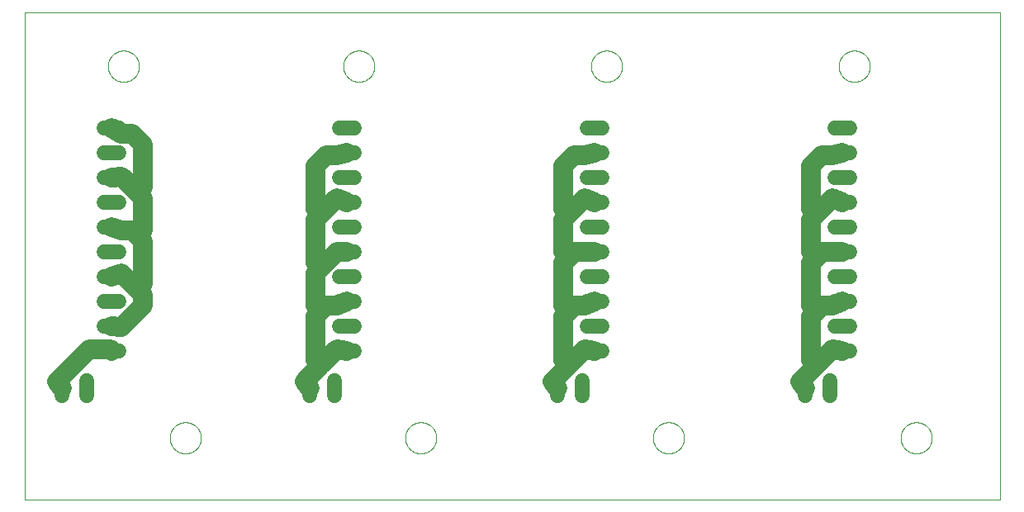
<source format=gtl>
G75*
%MOIN*%
%OFA0B0*%
%FSLAX25Y25*%
%IPPOS*%
%LPD*%
%AMOC8*
5,1,8,0,0,1.08239X$1,22.5*
%
%ADD10C,0.00000*%
%ADD11C,0.06000*%
%ADD12C,0.08000*%
D10*
X0001000Y0002600D02*
X0001000Y0199450D01*
X0394701Y0199450D01*
X0394701Y0002600D01*
X0001000Y0002600D01*
X0059701Y0027600D02*
X0059703Y0027758D01*
X0059709Y0027916D01*
X0059719Y0028074D01*
X0059733Y0028232D01*
X0059751Y0028389D01*
X0059772Y0028546D01*
X0059798Y0028702D01*
X0059828Y0028858D01*
X0059861Y0029013D01*
X0059899Y0029166D01*
X0059940Y0029319D01*
X0059985Y0029471D01*
X0060034Y0029622D01*
X0060087Y0029771D01*
X0060143Y0029919D01*
X0060203Y0030065D01*
X0060267Y0030210D01*
X0060335Y0030353D01*
X0060406Y0030495D01*
X0060480Y0030635D01*
X0060558Y0030772D01*
X0060640Y0030908D01*
X0060724Y0031042D01*
X0060813Y0031173D01*
X0060904Y0031302D01*
X0060999Y0031429D01*
X0061096Y0031554D01*
X0061197Y0031676D01*
X0061301Y0031795D01*
X0061408Y0031912D01*
X0061518Y0032026D01*
X0061631Y0032137D01*
X0061746Y0032246D01*
X0061864Y0032351D01*
X0061985Y0032453D01*
X0062108Y0032553D01*
X0062234Y0032649D01*
X0062362Y0032742D01*
X0062492Y0032832D01*
X0062625Y0032918D01*
X0062760Y0033002D01*
X0062896Y0033081D01*
X0063035Y0033158D01*
X0063176Y0033230D01*
X0063318Y0033300D01*
X0063462Y0033365D01*
X0063608Y0033427D01*
X0063755Y0033485D01*
X0063904Y0033540D01*
X0064054Y0033591D01*
X0064205Y0033638D01*
X0064357Y0033681D01*
X0064510Y0033720D01*
X0064665Y0033756D01*
X0064820Y0033787D01*
X0064976Y0033815D01*
X0065132Y0033839D01*
X0065289Y0033859D01*
X0065447Y0033875D01*
X0065604Y0033887D01*
X0065763Y0033895D01*
X0065921Y0033899D01*
X0066079Y0033899D01*
X0066237Y0033895D01*
X0066396Y0033887D01*
X0066553Y0033875D01*
X0066711Y0033859D01*
X0066868Y0033839D01*
X0067024Y0033815D01*
X0067180Y0033787D01*
X0067335Y0033756D01*
X0067490Y0033720D01*
X0067643Y0033681D01*
X0067795Y0033638D01*
X0067946Y0033591D01*
X0068096Y0033540D01*
X0068245Y0033485D01*
X0068392Y0033427D01*
X0068538Y0033365D01*
X0068682Y0033300D01*
X0068824Y0033230D01*
X0068965Y0033158D01*
X0069104Y0033081D01*
X0069240Y0033002D01*
X0069375Y0032918D01*
X0069508Y0032832D01*
X0069638Y0032742D01*
X0069766Y0032649D01*
X0069892Y0032553D01*
X0070015Y0032453D01*
X0070136Y0032351D01*
X0070254Y0032246D01*
X0070369Y0032137D01*
X0070482Y0032026D01*
X0070592Y0031912D01*
X0070699Y0031795D01*
X0070803Y0031676D01*
X0070904Y0031554D01*
X0071001Y0031429D01*
X0071096Y0031302D01*
X0071187Y0031173D01*
X0071276Y0031042D01*
X0071360Y0030908D01*
X0071442Y0030772D01*
X0071520Y0030635D01*
X0071594Y0030495D01*
X0071665Y0030353D01*
X0071733Y0030210D01*
X0071797Y0030065D01*
X0071857Y0029919D01*
X0071913Y0029771D01*
X0071966Y0029622D01*
X0072015Y0029471D01*
X0072060Y0029319D01*
X0072101Y0029166D01*
X0072139Y0029013D01*
X0072172Y0028858D01*
X0072202Y0028702D01*
X0072228Y0028546D01*
X0072249Y0028389D01*
X0072267Y0028232D01*
X0072281Y0028074D01*
X0072291Y0027916D01*
X0072297Y0027758D01*
X0072299Y0027600D01*
X0072297Y0027442D01*
X0072291Y0027284D01*
X0072281Y0027126D01*
X0072267Y0026968D01*
X0072249Y0026811D01*
X0072228Y0026654D01*
X0072202Y0026498D01*
X0072172Y0026342D01*
X0072139Y0026187D01*
X0072101Y0026034D01*
X0072060Y0025881D01*
X0072015Y0025729D01*
X0071966Y0025578D01*
X0071913Y0025429D01*
X0071857Y0025281D01*
X0071797Y0025135D01*
X0071733Y0024990D01*
X0071665Y0024847D01*
X0071594Y0024705D01*
X0071520Y0024565D01*
X0071442Y0024428D01*
X0071360Y0024292D01*
X0071276Y0024158D01*
X0071187Y0024027D01*
X0071096Y0023898D01*
X0071001Y0023771D01*
X0070904Y0023646D01*
X0070803Y0023524D01*
X0070699Y0023405D01*
X0070592Y0023288D01*
X0070482Y0023174D01*
X0070369Y0023063D01*
X0070254Y0022954D01*
X0070136Y0022849D01*
X0070015Y0022747D01*
X0069892Y0022647D01*
X0069766Y0022551D01*
X0069638Y0022458D01*
X0069508Y0022368D01*
X0069375Y0022282D01*
X0069240Y0022198D01*
X0069104Y0022119D01*
X0068965Y0022042D01*
X0068824Y0021970D01*
X0068682Y0021900D01*
X0068538Y0021835D01*
X0068392Y0021773D01*
X0068245Y0021715D01*
X0068096Y0021660D01*
X0067946Y0021609D01*
X0067795Y0021562D01*
X0067643Y0021519D01*
X0067490Y0021480D01*
X0067335Y0021444D01*
X0067180Y0021413D01*
X0067024Y0021385D01*
X0066868Y0021361D01*
X0066711Y0021341D01*
X0066553Y0021325D01*
X0066396Y0021313D01*
X0066237Y0021305D01*
X0066079Y0021301D01*
X0065921Y0021301D01*
X0065763Y0021305D01*
X0065604Y0021313D01*
X0065447Y0021325D01*
X0065289Y0021341D01*
X0065132Y0021361D01*
X0064976Y0021385D01*
X0064820Y0021413D01*
X0064665Y0021444D01*
X0064510Y0021480D01*
X0064357Y0021519D01*
X0064205Y0021562D01*
X0064054Y0021609D01*
X0063904Y0021660D01*
X0063755Y0021715D01*
X0063608Y0021773D01*
X0063462Y0021835D01*
X0063318Y0021900D01*
X0063176Y0021970D01*
X0063035Y0022042D01*
X0062896Y0022119D01*
X0062760Y0022198D01*
X0062625Y0022282D01*
X0062492Y0022368D01*
X0062362Y0022458D01*
X0062234Y0022551D01*
X0062108Y0022647D01*
X0061985Y0022747D01*
X0061864Y0022849D01*
X0061746Y0022954D01*
X0061631Y0023063D01*
X0061518Y0023174D01*
X0061408Y0023288D01*
X0061301Y0023405D01*
X0061197Y0023524D01*
X0061096Y0023646D01*
X0060999Y0023771D01*
X0060904Y0023898D01*
X0060813Y0024027D01*
X0060724Y0024158D01*
X0060640Y0024292D01*
X0060558Y0024428D01*
X0060480Y0024565D01*
X0060406Y0024705D01*
X0060335Y0024847D01*
X0060267Y0024990D01*
X0060203Y0025135D01*
X0060143Y0025281D01*
X0060087Y0025429D01*
X0060034Y0025578D01*
X0059985Y0025729D01*
X0059940Y0025881D01*
X0059899Y0026034D01*
X0059861Y0026187D01*
X0059828Y0026342D01*
X0059798Y0026498D01*
X0059772Y0026654D01*
X0059751Y0026811D01*
X0059733Y0026968D01*
X0059719Y0027126D01*
X0059709Y0027284D01*
X0059703Y0027442D01*
X0059701Y0027600D01*
X0154701Y0027600D02*
X0154703Y0027758D01*
X0154709Y0027916D01*
X0154719Y0028074D01*
X0154733Y0028232D01*
X0154751Y0028389D01*
X0154772Y0028546D01*
X0154798Y0028702D01*
X0154828Y0028858D01*
X0154861Y0029013D01*
X0154899Y0029166D01*
X0154940Y0029319D01*
X0154985Y0029471D01*
X0155034Y0029622D01*
X0155087Y0029771D01*
X0155143Y0029919D01*
X0155203Y0030065D01*
X0155267Y0030210D01*
X0155335Y0030353D01*
X0155406Y0030495D01*
X0155480Y0030635D01*
X0155558Y0030772D01*
X0155640Y0030908D01*
X0155724Y0031042D01*
X0155813Y0031173D01*
X0155904Y0031302D01*
X0155999Y0031429D01*
X0156096Y0031554D01*
X0156197Y0031676D01*
X0156301Y0031795D01*
X0156408Y0031912D01*
X0156518Y0032026D01*
X0156631Y0032137D01*
X0156746Y0032246D01*
X0156864Y0032351D01*
X0156985Y0032453D01*
X0157108Y0032553D01*
X0157234Y0032649D01*
X0157362Y0032742D01*
X0157492Y0032832D01*
X0157625Y0032918D01*
X0157760Y0033002D01*
X0157896Y0033081D01*
X0158035Y0033158D01*
X0158176Y0033230D01*
X0158318Y0033300D01*
X0158462Y0033365D01*
X0158608Y0033427D01*
X0158755Y0033485D01*
X0158904Y0033540D01*
X0159054Y0033591D01*
X0159205Y0033638D01*
X0159357Y0033681D01*
X0159510Y0033720D01*
X0159665Y0033756D01*
X0159820Y0033787D01*
X0159976Y0033815D01*
X0160132Y0033839D01*
X0160289Y0033859D01*
X0160447Y0033875D01*
X0160604Y0033887D01*
X0160763Y0033895D01*
X0160921Y0033899D01*
X0161079Y0033899D01*
X0161237Y0033895D01*
X0161396Y0033887D01*
X0161553Y0033875D01*
X0161711Y0033859D01*
X0161868Y0033839D01*
X0162024Y0033815D01*
X0162180Y0033787D01*
X0162335Y0033756D01*
X0162490Y0033720D01*
X0162643Y0033681D01*
X0162795Y0033638D01*
X0162946Y0033591D01*
X0163096Y0033540D01*
X0163245Y0033485D01*
X0163392Y0033427D01*
X0163538Y0033365D01*
X0163682Y0033300D01*
X0163824Y0033230D01*
X0163965Y0033158D01*
X0164104Y0033081D01*
X0164240Y0033002D01*
X0164375Y0032918D01*
X0164508Y0032832D01*
X0164638Y0032742D01*
X0164766Y0032649D01*
X0164892Y0032553D01*
X0165015Y0032453D01*
X0165136Y0032351D01*
X0165254Y0032246D01*
X0165369Y0032137D01*
X0165482Y0032026D01*
X0165592Y0031912D01*
X0165699Y0031795D01*
X0165803Y0031676D01*
X0165904Y0031554D01*
X0166001Y0031429D01*
X0166096Y0031302D01*
X0166187Y0031173D01*
X0166276Y0031042D01*
X0166360Y0030908D01*
X0166442Y0030772D01*
X0166520Y0030635D01*
X0166594Y0030495D01*
X0166665Y0030353D01*
X0166733Y0030210D01*
X0166797Y0030065D01*
X0166857Y0029919D01*
X0166913Y0029771D01*
X0166966Y0029622D01*
X0167015Y0029471D01*
X0167060Y0029319D01*
X0167101Y0029166D01*
X0167139Y0029013D01*
X0167172Y0028858D01*
X0167202Y0028702D01*
X0167228Y0028546D01*
X0167249Y0028389D01*
X0167267Y0028232D01*
X0167281Y0028074D01*
X0167291Y0027916D01*
X0167297Y0027758D01*
X0167299Y0027600D01*
X0167297Y0027442D01*
X0167291Y0027284D01*
X0167281Y0027126D01*
X0167267Y0026968D01*
X0167249Y0026811D01*
X0167228Y0026654D01*
X0167202Y0026498D01*
X0167172Y0026342D01*
X0167139Y0026187D01*
X0167101Y0026034D01*
X0167060Y0025881D01*
X0167015Y0025729D01*
X0166966Y0025578D01*
X0166913Y0025429D01*
X0166857Y0025281D01*
X0166797Y0025135D01*
X0166733Y0024990D01*
X0166665Y0024847D01*
X0166594Y0024705D01*
X0166520Y0024565D01*
X0166442Y0024428D01*
X0166360Y0024292D01*
X0166276Y0024158D01*
X0166187Y0024027D01*
X0166096Y0023898D01*
X0166001Y0023771D01*
X0165904Y0023646D01*
X0165803Y0023524D01*
X0165699Y0023405D01*
X0165592Y0023288D01*
X0165482Y0023174D01*
X0165369Y0023063D01*
X0165254Y0022954D01*
X0165136Y0022849D01*
X0165015Y0022747D01*
X0164892Y0022647D01*
X0164766Y0022551D01*
X0164638Y0022458D01*
X0164508Y0022368D01*
X0164375Y0022282D01*
X0164240Y0022198D01*
X0164104Y0022119D01*
X0163965Y0022042D01*
X0163824Y0021970D01*
X0163682Y0021900D01*
X0163538Y0021835D01*
X0163392Y0021773D01*
X0163245Y0021715D01*
X0163096Y0021660D01*
X0162946Y0021609D01*
X0162795Y0021562D01*
X0162643Y0021519D01*
X0162490Y0021480D01*
X0162335Y0021444D01*
X0162180Y0021413D01*
X0162024Y0021385D01*
X0161868Y0021361D01*
X0161711Y0021341D01*
X0161553Y0021325D01*
X0161396Y0021313D01*
X0161237Y0021305D01*
X0161079Y0021301D01*
X0160921Y0021301D01*
X0160763Y0021305D01*
X0160604Y0021313D01*
X0160447Y0021325D01*
X0160289Y0021341D01*
X0160132Y0021361D01*
X0159976Y0021385D01*
X0159820Y0021413D01*
X0159665Y0021444D01*
X0159510Y0021480D01*
X0159357Y0021519D01*
X0159205Y0021562D01*
X0159054Y0021609D01*
X0158904Y0021660D01*
X0158755Y0021715D01*
X0158608Y0021773D01*
X0158462Y0021835D01*
X0158318Y0021900D01*
X0158176Y0021970D01*
X0158035Y0022042D01*
X0157896Y0022119D01*
X0157760Y0022198D01*
X0157625Y0022282D01*
X0157492Y0022368D01*
X0157362Y0022458D01*
X0157234Y0022551D01*
X0157108Y0022647D01*
X0156985Y0022747D01*
X0156864Y0022849D01*
X0156746Y0022954D01*
X0156631Y0023063D01*
X0156518Y0023174D01*
X0156408Y0023288D01*
X0156301Y0023405D01*
X0156197Y0023524D01*
X0156096Y0023646D01*
X0155999Y0023771D01*
X0155904Y0023898D01*
X0155813Y0024027D01*
X0155724Y0024158D01*
X0155640Y0024292D01*
X0155558Y0024428D01*
X0155480Y0024565D01*
X0155406Y0024705D01*
X0155335Y0024847D01*
X0155267Y0024990D01*
X0155203Y0025135D01*
X0155143Y0025281D01*
X0155087Y0025429D01*
X0155034Y0025578D01*
X0154985Y0025729D01*
X0154940Y0025881D01*
X0154899Y0026034D01*
X0154861Y0026187D01*
X0154828Y0026342D01*
X0154798Y0026498D01*
X0154772Y0026654D01*
X0154751Y0026811D01*
X0154733Y0026968D01*
X0154719Y0027126D01*
X0154709Y0027284D01*
X0154703Y0027442D01*
X0154701Y0027600D01*
X0254701Y0027600D02*
X0254703Y0027758D01*
X0254709Y0027916D01*
X0254719Y0028074D01*
X0254733Y0028232D01*
X0254751Y0028389D01*
X0254772Y0028546D01*
X0254798Y0028702D01*
X0254828Y0028858D01*
X0254861Y0029013D01*
X0254899Y0029166D01*
X0254940Y0029319D01*
X0254985Y0029471D01*
X0255034Y0029622D01*
X0255087Y0029771D01*
X0255143Y0029919D01*
X0255203Y0030065D01*
X0255267Y0030210D01*
X0255335Y0030353D01*
X0255406Y0030495D01*
X0255480Y0030635D01*
X0255558Y0030772D01*
X0255640Y0030908D01*
X0255724Y0031042D01*
X0255813Y0031173D01*
X0255904Y0031302D01*
X0255999Y0031429D01*
X0256096Y0031554D01*
X0256197Y0031676D01*
X0256301Y0031795D01*
X0256408Y0031912D01*
X0256518Y0032026D01*
X0256631Y0032137D01*
X0256746Y0032246D01*
X0256864Y0032351D01*
X0256985Y0032453D01*
X0257108Y0032553D01*
X0257234Y0032649D01*
X0257362Y0032742D01*
X0257492Y0032832D01*
X0257625Y0032918D01*
X0257760Y0033002D01*
X0257896Y0033081D01*
X0258035Y0033158D01*
X0258176Y0033230D01*
X0258318Y0033300D01*
X0258462Y0033365D01*
X0258608Y0033427D01*
X0258755Y0033485D01*
X0258904Y0033540D01*
X0259054Y0033591D01*
X0259205Y0033638D01*
X0259357Y0033681D01*
X0259510Y0033720D01*
X0259665Y0033756D01*
X0259820Y0033787D01*
X0259976Y0033815D01*
X0260132Y0033839D01*
X0260289Y0033859D01*
X0260447Y0033875D01*
X0260604Y0033887D01*
X0260763Y0033895D01*
X0260921Y0033899D01*
X0261079Y0033899D01*
X0261237Y0033895D01*
X0261396Y0033887D01*
X0261553Y0033875D01*
X0261711Y0033859D01*
X0261868Y0033839D01*
X0262024Y0033815D01*
X0262180Y0033787D01*
X0262335Y0033756D01*
X0262490Y0033720D01*
X0262643Y0033681D01*
X0262795Y0033638D01*
X0262946Y0033591D01*
X0263096Y0033540D01*
X0263245Y0033485D01*
X0263392Y0033427D01*
X0263538Y0033365D01*
X0263682Y0033300D01*
X0263824Y0033230D01*
X0263965Y0033158D01*
X0264104Y0033081D01*
X0264240Y0033002D01*
X0264375Y0032918D01*
X0264508Y0032832D01*
X0264638Y0032742D01*
X0264766Y0032649D01*
X0264892Y0032553D01*
X0265015Y0032453D01*
X0265136Y0032351D01*
X0265254Y0032246D01*
X0265369Y0032137D01*
X0265482Y0032026D01*
X0265592Y0031912D01*
X0265699Y0031795D01*
X0265803Y0031676D01*
X0265904Y0031554D01*
X0266001Y0031429D01*
X0266096Y0031302D01*
X0266187Y0031173D01*
X0266276Y0031042D01*
X0266360Y0030908D01*
X0266442Y0030772D01*
X0266520Y0030635D01*
X0266594Y0030495D01*
X0266665Y0030353D01*
X0266733Y0030210D01*
X0266797Y0030065D01*
X0266857Y0029919D01*
X0266913Y0029771D01*
X0266966Y0029622D01*
X0267015Y0029471D01*
X0267060Y0029319D01*
X0267101Y0029166D01*
X0267139Y0029013D01*
X0267172Y0028858D01*
X0267202Y0028702D01*
X0267228Y0028546D01*
X0267249Y0028389D01*
X0267267Y0028232D01*
X0267281Y0028074D01*
X0267291Y0027916D01*
X0267297Y0027758D01*
X0267299Y0027600D01*
X0267297Y0027442D01*
X0267291Y0027284D01*
X0267281Y0027126D01*
X0267267Y0026968D01*
X0267249Y0026811D01*
X0267228Y0026654D01*
X0267202Y0026498D01*
X0267172Y0026342D01*
X0267139Y0026187D01*
X0267101Y0026034D01*
X0267060Y0025881D01*
X0267015Y0025729D01*
X0266966Y0025578D01*
X0266913Y0025429D01*
X0266857Y0025281D01*
X0266797Y0025135D01*
X0266733Y0024990D01*
X0266665Y0024847D01*
X0266594Y0024705D01*
X0266520Y0024565D01*
X0266442Y0024428D01*
X0266360Y0024292D01*
X0266276Y0024158D01*
X0266187Y0024027D01*
X0266096Y0023898D01*
X0266001Y0023771D01*
X0265904Y0023646D01*
X0265803Y0023524D01*
X0265699Y0023405D01*
X0265592Y0023288D01*
X0265482Y0023174D01*
X0265369Y0023063D01*
X0265254Y0022954D01*
X0265136Y0022849D01*
X0265015Y0022747D01*
X0264892Y0022647D01*
X0264766Y0022551D01*
X0264638Y0022458D01*
X0264508Y0022368D01*
X0264375Y0022282D01*
X0264240Y0022198D01*
X0264104Y0022119D01*
X0263965Y0022042D01*
X0263824Y0021970D01*
X0263682Y0021900D01*
X0263538Y0021835D01*
X0263392Y0021773D01*
X0263245Y0021715D01*
X0263096Y0021660D01*
X0262946Y0021609D01*
X0262795Y0021562D01*
X0262643Y0021519D01*
X0262490Y0021480D01*
X0262335Y0021444D01*
X0262180Y0021413D01*
X0262024Y0021385D01*
X0261868Y0021361D01*
X0261711Y0021341D01*
X0261553Y0021325D01*
X0261396Y0021313D01*
X0261237Y0021305D01*
X0261079Y0021301D01*
X0260921Y0021301D01*
X0260763Y0021305D01*
X0260604Y0021313D01*
X0260447Y0021325D01*
X0260289Y0021341D01*
X0260132Y0021361D01*
X0259976Y0021385D01*
X0259820Y0021413D01*
X0259665Y0021444D01*
X0259510Y0021480D01*
X0259357Y0021519D01*
X0259205Y0021562D01*
X0259054Y0021609D01*
X0258904Y0021660D01*
X0258755Y0021715D01*
X0258608Y0021773D01*
X0258462Y0021835D01*
X0258318Y0021900D01*
X0258176Y0021970D01*
X0258035Y0022042D01*
X0257896Y0022119D01*
X0257760Y0022198D01*
X0257625Y0022282D01*
X0257492Y0022368D01*
X0257362Y0022458D01*
X0257234Y0022551D01*
X0257108Y0022647D01*
X0256985Y0022747D01*
X0256864Y0022849D01*
X0256746Y0022954D01*
X0256631Y0023063D01*
X0256518Y0023174D01*
X0256408Y0023288D01*
X0256301Y0023405D01*
X0256197Y0023524D01*
X0256096Y0023646D01*
X0255999Y0023771D01*
X0255904Y0023898D01*
X0255813Y0024027D01*
X0255724Y0024158D01*
X0255640Y0024292D01*
X0255558Y0024428D01*
X0255480Y0024565D01*
X0255406Y0024705D01*
X0255335Y0024847D01*
X0255267Y0024990D01*
X0255203Y0025135D01*
X0255143Y0025281D01*
X0255087Y0025429D01*
X0255034Y0025578D01*
X0254985Y0025729D01*
X0254940Y0025881D01*
X0254899Y0026034D01*
X0254861Y0026187D01*
X0254828Y0026342D01*
X0254798Y0026498D01*
X0254772Y0026654D01*
X0254751Y0026811D01*
X0254733Y0026968D01*
X0254719Y0027126D01*
X0254709Y0027284D01*
X0254703Y0027442D01*
X0254701Y0027600D01*
X0354701Y0027600D02*
X0354703Y0027758D01*
X0354709Y0027916D01*
X0354719Y0028074D01*
X0354733Y0028232D01*
X0354751Y0028389D01*
X0354772Y0028546D01*
X0354798Y0028702D01*
X0354828Y0028858D01*
X0354861Y0029013D01*
X0354899Y0029166D01*
X0354940Y0029319D01*
X0354985Y0029471D01*
X0355034Y0029622D01*
X0355087Y0029771D01*
X0355143Y0029919D01*
X0355203Y0030065D01*
X0355267Y0030210D01*
X0355335Y0030353D01*
X0355406Y0030495D01*
X0355480Y0030635D01*
X0355558Y0030772D01*
X0355640Y0030908D01*
X0355724Y0031042D01*
X0355813Y0031173D01*
X0355904Y0031302D01*
X0355999Y0031429D01*
X0356096Y0031554D01*
X0356197Y0031676D01*
X0356301Y0031795D01*
X0356408Y0031912D01*
X0356518Y0032026D01*
X0356631Y0032137D01*
X0356746Y0032246D01*
X0356864Y0032351D01*
X0356985Y0032453D01*
X0357108Y0032553D01*
X0357234Y0032649D01*
X0357362Y0032742D01*
X0357492Y0032832D01*
X0357625Y0032918D01*
X0357760Y0033002D01*
X0357896Y0033081D01*
X0358035Y0033158D01*
X0358176Y0033230D01*
X0358318Y0033300D01*
X0358462Y0033365D01*
X0358608Y0033427D01*
X0358755Y0033485D01*
X0358904Y0033540D01*
X0359054Y0033591D01*
X0359205Y0033638D01*
X0359357Y0033681D01*
X0359510Y0033720D01*
X0359665Y0033756D01*
X0359820Y0033787D01*
X0359976Y0033815D01*
X0360132Y0033839D01*
X0360289Y0033859D01*
X0360447Y0033875D01*
X0360604Y0033887D01*
X0360763Y0033895D01*
X0360921Y0033899D01*
X0361079Y0033899D01*
X0361237Y0033895D01*
X0361396Y0033887D01*
X0361553Y0033875D01*
X0361711Y0033859D01*
X0361868Y0033839D01*
X0362024Y0033815D01*
X0362180Y0033787D01*
X0362335Y0033756D01*
X0362490Y0033720D01*
X0362643Y0033681D01*
X0362795Y0033638D01*
X0362946Y0033591D01*
X0363096Y0033540D01*
X0363245Y0033485D01*
X0363392Y0033427D01*
X0363538Y0033365D01*
X0363682Y0033300D01*
X0363824Y0033230D01*
X0363965Y0033158D01*
X0364104Y0033081D01*
X0364240Y0033002D01*
X0364375Y0032918D01*
X0364508Y0032832D01*
X0364638Y0032742D01*
X0364766Y0032649D01*
X0364892Y0032553D01*
X0365015Y0032453D01*
X0365136Y0032351D01*
X0365254Y0032246D01*
X0365369Y0032137D01*
X0365482Y0032026D01*
X0365592Y0031912D01*
X0365699Y0031795D01*
X0365803Y0031676D01*
X0365904Y0031554D01*
X0366001Y0031429D01*
X0366096Y0031302D01*
X0366187Y0031173D01*
X0366276Y0031042D01*
X0366360Y0030908D01*
X0366442Y0030772D01*
X0366520Y0030635D01*
X0366594Y0030495D01*
X0366665Y0030353D01*
X0366733Y0030210D01*
X0366797Y0030065D01*
X0366857Y0029919D01*
X0366913Y0029771D01*
X0366966Y0029622D01*
X0367015Y0029471D01*
X0367060Y0029319D01*
X0367101Y0029166D01*
X0367139Y0029013D01*
X0367172Y0028858D01*
X0367202Y0028702D01*
X0367228Y0028546D01*
X0367249Y0028389D01*
X0367267Y0028232D01*
X0367281Y0028074D01*
X0367291Y0027916D01*
X0367297Y0027758D01*
X0367299Y0027600D01*
X0367297Y0027442D01*
X0367291Y0027284D01*
X0367281Y0027126D01*
X0367267Y0026968D01*
X0367249Y0026811D01*
X0367228Y0026654D01*
X0367202Y0026498D01*
X0367172Y0026342D01*
X0367139Y0026187D01*
X0367101Y0026034D01*
X0367060Y0025881D01*
X0367015Y0025729D01*
X0366966Y0025578D01*
X0366913Y0025429D01*
X0366857Y0025281D01*
X0366797Y0025135D01*
X0366733Y0024990D01*
X0366665Y0024847D01*
X0366594Y0024705D01*
X0366520Y0024565D01*
X0366442Y0024428D01*
X0366360Y0024292D01*
X0366276Y0024158D01*
X0366187Y0024027D01*
X0366096Y0023898D01*
X0366001Y0023771D01*
X0365904Y0023646D01*
X0365803Y0023524D01*
X0365699Y0023405D01*
X0365592Y0023288D01*
X0365482Y0023174D01*
X0365369Y0023063D01*
X0365254Y0022954D01*
X0365136Y0022849D01*
X0365015Y0022747D01*
X0364892Y0022647D01*
X0364766Y0022551D01*
X0364638Y0022458D01*
X0364508Y0022368D01*
X0364375Y0022282D01*
X0364240Y0022198D01*
X0364104Y0022119D01*
X0363965Y0022042D01*
X0363824Y0021970D01*
X0363682Y0021900D01*
X0363538Y0021835D01*
X0363392Y0021773D01*
X0363245Y0021715D01*
X0363096Y0021660D01*
X0362946Y0021609D01*
X0362795Y0021562D01*
X0362643Y0021519D01*
X0362490Y0021480D01*
X0362335Y0021444D01*
X0362180Y0021413D01*
X0362024Y0021385D01*
X0361868Y0021361D01*
X0361711Y0021341D01*
X0361553Y0021325D01*
X0361396Y0021313D01*
X0361237Y0021305D01*
X0361079Y0021301D01*
X0360921Y0021301D01*
X0360763Y0021305D01*
X0360604Y0021313D01*
X0360447Y0021325D01*
X0360289Y0021341D01*
X0360132Y0021361D01*
X0359976Y0021385D01*
X0359820Y0021413D01*
X0359665Y0021444D01*
X0359510Y0021480D01*
X0359357Y0021519D01*
X0359205Y0021562D01*
X0359054Y0021609D01*
X0358904Y0021660D01*
X0358755Y0021715D01*
X0358608Y0021773D01*
X0358462Y0021835D01*
X0358318Y0021900D01*
X0358176Y0021970D01*
X0358035Y0022042D01*
X0357896Y0022119D01*
X0357760Y0022198D01*
X0357625Y0022282D01*
X0357492Y0022368D01*
X0357362Y0022458D01*
X0357234Y0022551D01*
X0357108Y0022647D01*
X0356985Y0022747D01*
X0356864Y0022849D01*
X0356746Y0022954D01*
X0356631Y0023063D01*
X0356518Y0023174D01*
X0356408Y0023288D01*
X0356301Y0023405D01*
X0356197Y0023524D01*
X0356096Y0023646D01*
X0355999Y0023771D01*
X0355904Y0023898D01*
X0355813Y0024027D01*
X0355724Y0024158D01*
X0355640Y0024292D01*
X0355558Y0024428D01*
X0355480Y0024565D01*
X0355406Y0024705D01*
X0355335Y0024847D01*
X0355267Y0024990D01*
X0355203Y0025135D01*
X0355143Y0025281D01*
X0355087Y0025429D01*
X0355034Y0025578D01*
X0354985Y0025729D01*
X0354940Y0025881D01*
X0354899Y0026034D01*
X0354861Y0026187D01*
X0354828Y0026342D01*
X0354798Y0026498D01*
X0354772Y0026654D01*
X0354751Y0026811D01*
X0354733Y0026968D01*
X0354719Y0027126D01*
X0354709Y0027284D01*
X0354703Y0027442D01*
X0354701Y0027600D01*
X0329701Y0177600D02*
X0329703Y0177758D01*
X0329709Y0177916D01*
X0329719Y0178074D01*
X0329733Y0178232D01*
X0329751Y0178389D01*
X0329772Y0178546D01*
X0329798Y0178702D01*
X0329828Y0178858D01*
X0329861Y0179013D01*
X0329899Y0179166D01*
X0329940Y0179319D01*
X0329985Y0179471D01*
X0330034Y0179622D01*
X0330087Y0179771D01*
X0330143Y0179919D01*
X0330203Y0180065D01*
X0330267Y0180210D01*
X0330335Y0180353D01*
X0330406Y0180495D01*
X0330480Y0180635D01*
X0330558Y0180772D01*
X0330640Y0180908D01*
X0330724Y0181042D01*
X0330813Y0181173D01*
X0330904Y0181302D01*
X0330999Y0181429D01*
X0331096Y0181554D01*
X0331197Y0181676D01*
X0331301Y0181795D01*
X0331408Y0181912D01*
X0331518Y0182026D01*
X0331631Y0182137D01*
X0331746Y0182246D01*
X0331864Y0182351D01*
X0331985Y0182453D01*
X0332108Y0182553D01*
X0332234Y0182649D01*
X0332362Y0182742D01*
X0332492Y0182832D01*
X0332625Y0182918D01*
X0332760Y0183002D01*
X0332896Y0183081D01*
X0333035Y0183158D01*
X0333176Y0183230D01*
X0333318Y0183300D01*
X0333462Y0183365D01*
X0333608Y0183427D01*
X0333755Y0183485D01*
X0333904Y0183540D01*
X0334054Y0183591D01*
X0334205Y0183638D01*
X0334357Y0183681D01*
X0334510Y0183720D01*
X0334665Y0183756D01*
X0334820Y0183787D01*
X0334976Y0183815D01*
X0335132Y0183839D01*
X0335289Y0183859D01*
X0335447Y0183875D01*
X0335604Y0183887D01*
X0335763Y0183895D01*
X0335921Y0183899D01*
X0336079Y0183899D01*
X0336237Y0183895D01*
X0336396Y0183887D01*
X0336553Y0183875D01*
X0336711Y0183859D01*
X0336868Y0183839D01*
X0337024Y0183815D01*
X0337180Y0183787D01*
X0337335Y0183756D01*
X0337490Y0183720D01*
X0337643Y0183681D01*
X0337795Y0183638D01*
X0337946Y0183591D01*
X0338096Y0183540D01*
X0338245Y0183485D01*
X0338392Y0183427D01*
X0338538Y0183365D01*
X0338682Y0183300D01*
X0338824Y0183230D01*
X0338965Y0183158D01*
X0339104Y0183081D01*
X0339240Y0183002D01*
X0339375Y0182918D01*
X0339508Y0182832D01*
X0339638Y0182742D01*
X0339766Y0182649D01*
X0339892Y0182553D01*
X0340015Y0182453D01*
X0340136Y0182351D01*
X0340254Y0182246D01*
X0340369Y0182137D01*
X0340482Y0182026D01*
X0340592Y0181912D01*
X0340699Y0181795D01*
X0340803Y0181676D01*
X0340904Y0181554D01*
X0341001Y0181429D01*
X0341096Y0181302D01*
X0341187Y0181173D01*
X0341276Y0181042D01*
X0341360Y0180908D01*
X0341442Y0180772D01*
X0341520Y0180635D01*
X0341594Y0180495D01*
X0341665Y0180353D01*
X0341733Y0180210D01*
X0341797Y0180065D01*
X0341857Y0179919D01*
X0341913Y0179771D01*
X0341966Y0179622D01*
X0342015Y0179471D01*
X0342060Y0179319D01*
X0342101Y0179166D01*
X0342139Y0179013D01*
X0342172Y0178858D01*
X0342202Y0178702D01*
X0342228Y0178546D01*
X0342249Y0178389D01*
X0342267Y0178232D01*
X0342281Y0178074D01*
X0342291Y0177916D01*
X0342297Y0177758D01*
X0342299Y0177600D01*
X0342297Y0177442D01*
X0342291Y0177284D01*
X0342281Y0177126D01*
X0342267Y0176968D01*
X0342249Y0176811D01*
X0342228Y0176654D01*
X0342202Y0176498D01*
X0342172Y0176342D01*
X0342139Y0176187D01*
X0342101Y0176034D01*
X0342060Y0175881D01*
X0342015Y0175729D01*
X0341966Y0175578D01*
X0341913Y0175429D01*
X0341857Y0175281D01*
X0341797Y0175135D01*
X0341733Y0174990D01*
X0341665Y0174847D01*
X0341594Y0174705D01*
X0341520Y0174565D01*
X0341442Y0174428D01*
X0341360Y0174292D01*
X0341276Y0174158D01*
X0341187Y0174027D01*
X0341096Y0173898D01*
X0341001Y0173771D01*
X0340904Y0173646D01*
X0340803Y0173524D01*
X0340699Y0173405D01*
X0340592Y0173288D01*
X0340482Y0173174D01*
X0340369Y0173063D01*
X0340254Y0172954D01*
X0340136Y0172849D01*
X0340015Y0172747D01*
X0339892Y0172647D01*
X0339766Y0172551D01*
X0339638Y0172458D01*
X0339508Y0172368D01*
X0339375Y0172282D01*
X0339240Y0172198D01*
X0339104Y0172119D01*
X0338965Y0172042D01*
X0338824Y0171970D01*
X0338682Y0171900D01*
X0338538Y0171835D01*
X0338392Y0171773D01*
X0338245Y0171715D01*
X0338096Y0171660D01*
X0337946Y0171609D01*
X0337795Y0171562D01*
X0337643Y0171519D01*
X0337490Y0171480D01*
X0337335Y0171444D01*
X0337180Y0171413D01*
X0337024Y0171385D01*
X0336868Y0171361D01*
X0336711Y0171341D01*
X0336553Y0171325D01*
X0336396Y0171313D01*
X0336237Y0171305D01*
X0336079Y0171301D01*
X0335921Y0171301D01*
X0335763Y0171305D01*
X0335604Y0171313D01*
X0335447Y0171325D01*
X0335289Y0171341D01*
X0335132Y0171361D01*
X0334976Y0171385D01*
X0334820Y0171413D01*
X0334665Y0171444D01*
X0334510Y0171480D01*
X0334357Y0171519D01*
X0334205Y0171562D01*
X0334054Y0171609D01*
X0333904Y0171660D01*
X0333755Y0171715D01*
X0333608Y0171773D01*
X0333462Y0171835D01*
X0333318Y0171900D01*
X0333176Y0171970D01*
X0333035Y0172042D01*
X0332896Y0172119D01*
X0332760Y0172198D01*
X0332625Y0172282D01*
X0332492Y0172368D01*
X0332362Y0172458D01*
X0332234Y0172551D01*
X0332108Y0172647D01*
X0331985Y0172747D01*
X0331864Y0172849D01*
X0331746Y0172954D01*
X0331631Y0173063D01*
X0331518Y0173174D01*
X0331408Y0173288D01*
X0331301Y0173405D01*
X0331197Y0173524D01*
X0331096Y0173646D01*
X0330999Y0173771D01*
X0330904Y0173898D01*
X0330813Y0174027D01*
X0330724Y0174158D01*
X0330640Y0174292D01*
X0330558Y0174428D01*
X0330480Y0174565D01*
X0330406Y0174705D01*
X0330335Y0174847D01*
X0330267Y0174990D01*
X0330203Y0175135D01*
X0330143Y0175281D01*
X0330087Y0175429D01*
X0330034Y0175578D01*
X0329985Y0175729D01*
X0329940Y0175881D01*
X0329899Y0176034D01*
X0329861Y0176187D01*
X0329828Y0176342D01*
X0329798Y0176498D01*
X0329772Y0176654D01*
X0329751Y0176811D01*
X0329733Y0176968D01*
X0329719Y0177126D01*
X0329709Y0177284D01*
X0329703Y0177442D01*
X0329701Y0177600D01*
X0229701Y0177600D02*
X0229703Y0177758D01*
X0229709Y0177916D01*
X0229719Y0178074D01*
X0229733Y0178232D01*
X0229751Y0178389D01*
X0229772Y0178546D01*
X0229798Y0178702D01*
X0229828Y0178858D01*
X0229861Y0179013D01*
X0229899Y0179166D01*
X0229940Y0179319D01*
X0229985Y0179471D01*
X0230034Y0179622D01*
X0230087Y0179771D01*
X0230143Y0179919D01*
X0230203Y0180065D01*
X0230267Y0180210D01*
X0230335Y0180353D01*
X0230406Y0180495D01*
X0230480Y0180635D01*
X0230558Y0180772D01*
X0230640Y0180908D01*
X0230724Y0181042D01*
X0230813Y0181173D01*
X0230904Y0181302D01*
X0230999Y0181429D01*
X0231096Y0181554D01*
X0231197Y0181676D01*
X0231301Y0181795D01*
X0231408Y0181912D01*
X0231518Y0182026D01*
X0231631Y0182137D01*
X0231746Y0182246D01*
X0231864Y0182351D01*
X0231985Y0182453D01*
X0232108Y0182553D01*
X0232234Y0182649D01*
X0232362Y0182742D01*
X0232492Y0182832D01*
X0232625Y0182918D01*
X0232760Y0183002D01*
X0232896Y0183081D01*
X0233035Y0183158D01*
X0233176Y0183230D01*
X0233318Y0183300D01*
X0233462Y0183365D01*
X0233608Y0183427D01*
X0233755Y0183485D01*
X0233904Y0183540D01*
X0234054Y0183591D01*
X0234205Y0183638D01*
X0234357Y0183681D01*
X0234510Y0183720D01*
X0234665Y0183756D01*
X0234820Y0183787D01*
X0234976Y0183815D01*
X0235132Y0183839D01*
X0235289Y0183859D01*
X0235447Y0183875D01*
X0235604Y0183887D01*
X0235763Y0183895D01*
X0235921Y0183899D01*
X0236079Y0183899D01*
X0236237Y0183895D01*
X0236396Y0183887D01*
X0236553Y0183875D01*
X0236711Y0183859D01*
X0236868Y0183839D01*
X0237024Y0183815D01*
X0237180Y0183787D01*
X0237335Y0183756D01*
X0237490Y0183720D01*
X0237643Y0183681D01*
X0237795Y0183638D01*
X0237946Y0183591D01*
X0238096Y0183540D01*
X0238245Y0183485D01*
X0238392Y0183427D01*
X0238538Y0183365D01*
X0238682Y0183300D01*
X0238824Y0183230D01*
X0238965Y0183158D01*
X0239104Y0183081D01*
X0239240Y0183002D01*
X0239375Y0182918D01*
X0239508Y0182832D01*
X0239638Y0182742D01*
X0239766Y0182649D01*
X0239892Y0182553D01*
X0240015Y0182453D01*
X0240136Y0182351D01*
X0240254Y0182246D01*
X0240369Y0182137D01*
X0240482Y0182026D01*
X0240592Y0181912D01*
X0240699Y0181795D01*
X0240803Y0181676D01*
X0240904Y0181554D01*
X0241001Y0181429D01*
X0241096Y0181302D01*
X0241187Y0181173D01*
X0241276Y0181042D01*
X0241360Y0180908D01*
X0241442Y0180772D01*
X0241520Y0180635D01*
X0241594Y0180495D01*
X0241665Y0180353D01*
X0241733Y0180210D01*
X0241797Y0180065D01*
X0241857Y0179919D01*
X0241913Y0179771D01*
X0241966Y0179622D01*
X0242015Y0179471D01*
X0242060Y0179319D01*
X0242101Y0179166D01*
X0242139Y0179013D01*
X0242172Y0178858D01*
X0242202Y0178702D01*
X0242228Y0178546D01*
X0242249Y0178389D01*
X0242267Y0178232D01*
X0242281Y0178074D01*
X0242291Y0177916D01*
X0242297Y0177758D01*
X0242299Y0177600D01*
X0242297Y0177442D01*
X0242291Y0177284D01*
X0242281Y0177126D01*
X0242267Y0176968D01*
X0242249Y0176811D01*
X0242228Y0176654D01*
X0242202Y0176498D01*
X0242172Y0176342D01*
X0242139Y0176187D01*
X0242101Y0176034D01*
X0242060Y0175881D01*
X0242015Y0175729D01*
X0241966Y0175578D01*
X0241913Y0175429D01*
X0241857Y0175281D01*
X0241797Y0175135D01*
X0241733Y0174990D01*
X0241665Y0174847D01*
X0241594Y0174705D01*
X0241520Y0174565D01*
X0241442Y0174428D01*
X0241360Y0174292D01*
X0241276Y0174158D01*
X0241187Y0174027D01*
X0241096Y0173898D01*
X0241001Y0173771D01*
X0240904Y0173646D01*
X0240803Y0173524D01*
X0240699Y0173405D01*
X0240592Y0173288D01*
X0240482Y0173174D01*
X0240369Y0173063D01*
X0240254Y0172954D01*
X0240136Y0172849D01*
X0240015Y0172747D01*
X0239892Y0172647D01*
X0239766Y0172551D01*
X0239638Y0172458D01*
X0239508Y0172368D01*
X0239375Y0172282D01*
X0239240Y0172198D01*
X0239104Y0172119D01*
X0238965Y0172042D01*
X0238824Y0171970D01*
X0238682Y0171900D01*
X0238538Y0171835D01*
X0238392Y0171773D01*
X0238245Y0171715D01*
X0238096Y0171660D01*
X0237946Y0171609D01*
X0237795Y0171562D01*
X0237643Y0171519D01*
X0237490Y0171480D01*
X0237335Y0171444D01*
X0237180Y0171413D01*
X0237024Y0171385D01*
X0236868Y0171361D01*
X0236711Y0171341D01*
X0236553Y0171325D01*
X0236396Y0171313D01*
X0236237Y0171305D01*
X0236079Y0171301D01*
X0235921Y0171301D01*
X0235763Y0171305D01*
X0235604Y0171313D01*
X0235447Y0171325D01*
X0235289Y0171341D01*
X0235132Y0171361D01*
X0234976Y0171385D01*
X0234820Y0171413D01*
X0234665Y0171444D01*
X0234510Y0171480D01*
X0234357Y0171519D01*
X0234205Y0171562D01*
X0234054Y0171609D01*
X0233904Y0171660D01*
X0233755Y0171715D01*
X0233608Y0171773D01*
X0233462Y0171835D01*
X0233318Y0171900D01*
X0233176Y0171970D01*
X0233035Y0172042D01*
X0232896Y0172119D01*
X0232760Y0172198D01*
X0232625Y0172282D01*
X0232492Y0172368D01*
X0232362Y0172458D01*
X0232234Y0172551D01*
X0232108Y0172647D01*
X0231985Y0172747D01*
X0231864Y0172849D01*
X0231746Y0172954D01*
X0231631Y0173063D01*
X0231518Y0173174D01*
X0231408Y0173288D01*
X0231301Y0173405D01*
X0231197Y0173524D01*
X0231096Y0173646D01*
X0230999Y0173771D01*
X0230904Y0173898D01*
X0230813Y0174027D01*
X0230724Y0174158D01*
X0230640Y0174292D01*
X0230558Y0174428D01*
X0230480Y0174565D01*
X0230406Y0174705D01*
X0230335Y0174847D01*
X0230267Y0174990D01*
X0230203Y0175135D01*
X0230143Y0175281D01*
X0230087Y0175429D01*
X0230034Y0175578D01*
X0229985Y0175729D01*
X0229940Y0175881D01*
X0229899Y0176034D01*
X0229861Y0176187D01*
X0229828Y0176342D01*
X0229798Y0176498D01*
X0229772Y0176654D01*
X0229751Y0176811D01*
X0229733Y0176968D01*
X0229719Y0177126D01*
X0229709Y0177284D01*
X0229703Y0177442D01*
X0229701Y0177600D01*
X0129701Y0177600D02*
X0129703Y0177758D01*
X0129709Y0177916D01*
X0129719Y0178074D01*
X0129733Y0178232D01*
X0129751Y0178389D01*
X0129772Y0178546D01*
X0129798Y0178702D01*
X0129828Y0178858D01*
X0129861Y0179013D01*
X0129899Y0179166D01*
X0129940Y0179319D01*
X0129985Y0179471D01*
X0130034Y0179622D01*
X0130087Y0179771D01*
X0130143Y0179919D01*
X0130203Y0180065D01*
X0130267Y0180210D01*
X0130335Y0180353D01*
X0130406Y0180495D01*
X0130480Y0180635D01*
X0130558Y0180772D01*
X0130640Y0180908D01*
X0130724Y0181042D01*
X0130813Y0181173D01*
X0130904Y0181302D01*
X0130999Y0181429D01*
X0131096Y0181554D01*
X0131197Y0181676D01*
X0131301Y0181795D01*
X0131408Y0181912D01*
X0131518Y0182026D01*
X0131631Y0182137D01*
X0131746Y0182246D01*
X0131864Y0182351D01*
X0131985Y0182453D01*
X0132108Y0182553D01*
X0132234Y0182649D01*
X0132362Y0182742D01*
X0132492Y0182832D01*
X0132625Y0182918D01*
X0132760Y0183002D01*
X0132896Y0183081D01*
X0133035Y0183158D01*
X0133176Y0183230D01*
X0133318Y0183300D01*
X0133462Y0183365D01*
X0133608Y0183427D01*
X0133755Y0183485D01*
X0133904Y0183540D01*
X0134054Y0183591D01*
X0134205Y0183638D01*
X0134357Y0183681D01*
X0134510Y0183720D01*
X0134665Y0183756D01*
X0134820Y0183787D01*
X0134976Y0183815D01*
X0135132Y0183839D01*
X0135289Y0183859D01*
X0135447Y0183875D01*
X0135604Y0183887D01*
X0135763Y0183895D01*
X0135921Y0183899D01*
X0136079Y0183899D01*
X0136237Y0183895D01*
X0136396Y0183887D01*
X0136553Y0183875D01*
X0136711Y0183859D01*
X0136868Y0183839D01*
X0137024Y0183815D01*
X0137180Y0183787D01*
X0137335Y0183756D01*
X0137490Y0183720D01*
X0137643Y0183681D01*
X0137795Y0183638D01*
X0137946Y0183591D01*
X0138096Y0183540D01*
X0138245Y0183485D01*
X0138392Y0183427D01*
X0138538Y0183365D01*
X0138682Y0183300D01*
X0138824Y0183230D01*
X0138965Y0183158D01*
X0139104Y0183081D01*
X0139240Y0183002D01*
X0139375Y0182918D01*
X0139508Y0182832D01*
X0139638Y0182742D01*
X0139766Y0182649D01*
X0139892Y0182553D01*
X0140015Y0182453D01*
X0140136Y0182351D01*
X0140254Y0182246D01*
X0140369Y0182137D01*
X0140482Y0182026D01*
X0140592Y0181912D01*
X0140699Y0181795D01*
X0140803Y0181676D01*
X0140904Y0181554D01*
X0141001Y0181429D01*
X0141096Y0181302D01*
X0141187Y0181173D01*
X0141276Y0181042D01*
X0141360Y0180908D01*
X0141442Y0180772D01*
X0141520Y0180635D01*
X0141594Y0180495D01*
X0141665Y0180353D01*
X0141733Y0180210D01*
X0141797Y0180065D01*
X0141857Y0179919D01*
X0141913Y0179771D01*
X0141966Y0179622D01*
X0142015Y0179471D01*
X0142060Y0179319D01*
X0142101Y0179166D01*
X0142139Y0179013D01*
X0142172Y0178858D01*
X0142202Y0178702D01*
X0142228Y0178546D01*
X0142249Y0178389D01*
X0142267Y0178232D01*
X0142281Y0178074D01*
X0142291Y0177916D01*
X0142297Y0177758D01*
X0142299Y0177600D01*
X0142297Y0177442D01*
X0142291Y0177284D01*
X0142281Y0177126D01*
X0142267Y0176968D01*
X0142249Y0176811D01*
X0142228Y0176654D01*
X0142202Y0176498D01*
X0142172Y0176342D01*
X0142139Y0176187D01*
X0142101Y0176034D01*
X0142060Y0175881D01*
X0142015Y0175729D01*
X0141966Y0175578D01*
X0141913Y0175429D01*
X0141857Y0175281D01*
X0141797Y0175135D01*
X0141733Y0174990D01*
X0141665Y0174847D01*
X0141594Y0174705D01*
X0141520Y0174565D01*
X0141442Y0174428D01*
X0141360Y0174292D01*
X0141276Y0174158D01*
X0141187Y0174027D01*
X0141096Y0173898D01*
X0141001Y0173771D01*
X0140904Y0173646D01*
X0140803Y0173524D01*
X0140699Y0173405D01*
X0140592Y0173288D01*
X0140482Y0173174D01*
X0140369Y0173063D01*
X0140254Y0172954D01*
X0140136Y0172849D01*
X0140015Y0172747D01*
X0139892Y0172647D01*
X0139766Y0172551D01*
X0139638Y0172458D01*
X0139508Y0172368D01*
X0139375Y0172282D01*
X0139240Y0172198D01*
X0139104Y0172119D01*
X0138965Y0172042D01*
X0138824Y0171970D01*
X0138682Y0171900D01*
X0138538Y0171835D01*
X0138392Y0171773D01*
X0138245Y0171715D01*
X0138096Y0171660D01*
X0137946Y0171609D01*
X0137795Y0171562D01*
X0137643Y0171519D01*
X0137490Y0171480D01*
X0137335Y0171444D01*
X0137180Y0171413D01*
X0137024Y0171385D01*
X0136868Y0171361D01*
X0136711Y0171341D01*
X0136553Y0171325D01*
X0136396Y0171313D01*
X0136237Y0171305D01*
X0136079Y0171301D01*
X0135921Y0171301D01*
X0135763Y0171305D01*
X0135604Y0171313D01*
X0135447Y0171325D01*
X0135289Y0171341D01*
X0135132Y0171361D01*
X0134976Y0171385D01*
X0134820Y0171413D01*
X0134665Y0171444D01*
X0134510Y0171480D01*
X0134357Y0171519D01*
X0134205Y0171562D01*
X0134054Y0171609D01*
X0133904Y0171660D01*
X0133755Y0171715D01*
X0133608Y0171773D01*
X0133462Y0171835D01*
X0133318Y0171900D01*
X0133176Y0171970D01*
X0133035Y0172042D01*
X0132896Y0172119D01*
X0132760Y0172198D01*
X0132625Y0172282D01*
X0132492Y0172368D01*
X0132362Y0172458D01*
X0132234Y0172551D01*
X0132108Y0172647D01*
X0131985Y0172747D01*
X0131864Y0172849D01*
X0131746Y0172954D01*
X0131631Y0173063D01*
X0131518Y0173174D01*
X0131408Y0173288D01*
X0131301Y0173405D01*
X0131197Y0173524D01*
X0131096Y0173646D01*
X0130999Y0173771D01*
X0130904Y0173898D01*
X0130813Y0174027D01*
X0130724Y0174158D01*
X0130640Y0174292D01*
X0130558Y0174428D01*
X0130480Y0174565D01*
X0130406Y0174705D01*
X0130335Y0174847D01*
X0130267Y0174990D01*
X0130203Y0175135D01*
X0130143Y0175281D01*
X0130087Y0175429D01*
X0130034Y0175578D01*
X0129985Y0175729D01*
X0129940Y0175881D01*
X0129899Y0176034D01*
X0129861Y0176187D01*
X0129828Y0176342D01*
X0129798Y0176498D01*
X0129772Y0176654D01*
X0129751Y0176811D01*
X0129733Y0176968D01*
X0129719Y0177126D01*
X0129709Y0177284D01*
X0129703Y0177442D01*
X0129701Y0177600D01*
X0034701Y0177600D02*
X0034703Y0177758D01*
X0034709Y0177916D01*
X0034719Y0178074D01*
X0034733Y0178232D01*
X0034751Y0178389D01*
X0034772Y0178546D01*
X0034798Y0178702D01*
X0034828Y0178858D01*
X0034861Y0179013D01*
X0034899Y0179166D01*
X0034940Y0179319D01*
X0034985Y0179471D01*
X0035034Y0179622D01*
X0035087Y0179771D01*
X0035143Y0179919D01*
X0035203Y0180065D01*
X0035267Y0180210D01*
X0035335Y0180353D01*
X0035406Y0180495D01*
X0035480Y0180635D01*
X0035558Y0180772D01*
X0035640Y0180908D01*
X0035724Y0181042D01*
X0035813Y0181173D01*
X0035904Y0181302D01*
X0035999Y0181429D01*
X0036096Y0181554D01*
X0036197Y0181676D01*
X0036301Y0181795D01*
X0036408Y0181912D01*
X0036518Y0182026D01*
X0036631Y0182137D01*
X0036746Y0182246D01*
X0036864Y0182351D01*
X0036985Y0182453D01*
X0037108Y0182553D01*
X0037234Y0182649D01*
X0037362Y0182742D01*
X0037492Y0182832D01*
X0037625Y0182918D01*
X0037760Y0183002D01*
X0037896Y0183081D01*
X0038035Y0183158D01*
X0038176Y0183230D01*
X0038318Y0183300D01*
X0038462Y0183365D01*
X0038608Y0183427D01*
X0038755Y0183485D01*
X0038904Y0183540D01*
X0039054Y0183591D01*
X0039205Y0183638D01*
X0039357Y0183681D01*
X0039510Y0183720D01*
X0039665Y0183756D01*
X0039820Y0183787D01*
X0039976Y0183815D01*
X0040132Y0183839D01*
X0040289Y0183859D01*
X0040447Y0183875D01*
X0040604Y0183887D01*
X0040763Y0183895D01*
X0040921Y0183899D01*
X0041079Y0183899D01*
X0041237Y0183895D01*
X0041396Y0183887D01*
X0041553Y0183875D01*
X0041711Y0183859D01*
X0041868Y0183839D01*
X0042024Y0183815D01*
X0042180Y0183787D01*
X0042335Y0183756D01*
X0042490Y0183720D01*
X0042643Y0183681D01*
X0042795Y0183638D01*
X0042946Y0183591D01*
X0043096Y0183540D01*
X0043245Y0183485D01*
X0043392Y0183427D01*
X0043538Y0183365D01*
X0043682Y0183300D01*
X0043824Y0183230D01*
X0043965Y0183158D01*
X0044104Y0183081D01*
X0044240Y0183002D01*
X0044375Y0182918D01*
X0044508Y0182832D01*
X0044638Y0182742D01*
X0044766Y0182649D01*
X0044892Y0182553D01*
X0045015Y0182453D01*
X0045136Y0182351D01*
X0045254Y0182246D01*
X0045369Y0182137D01*
X0045482Y0182026D01*
X0045592Y0181912D01*
X0045699Y0181795D01*
X0045803Y0181676D01*
X0045904Y0181554D01*
X0046001Y0181429D01*
X0046096Y0181302D01*
X0046187Y0181173D01*
X0046276Y0181042D01*
X0046360Y0180908D01*
X0046442Y0180772D01*
X0046520Y0180635D01*
X0046594Y0180495D01*
X0046665Y0180353D01*
X0046733Y0180210D01*
X0046797Y0180065D01*
X0046857Y0179919D01*
X0046913Y0179771D01*
X0046966Y0179622D01*
X0047015Y0179471D01*
X0047060Y0179319D01*
X0047101Y0179166D01*
X0047139Y0179013D01*
X0047172Y0178858D01*
X0047202Y0178702D01*
X0047228Y0178546D01*
X0047249Y0178389D01*
X0047267Y0178232D01*
X0047281Y0178074D01*
X0047291Y0177916D01*
X0047297Y0177758D01*
X0047299Y0177600D01*
X0047297Y0177442D01*
X0047291Y0177284D01*
X0047281Y0177126D01*
X0047267Y0176968D01*
X0047249Y0176811D01*
X0047228Y0176654D01*
X0047202Y0176498D01*
X0047172Y0176342D01*
X0047139Y0176187D01*
X0047101Y0176034D01*
X0047060Y0175881D01*
X0047015Y0175729D01*
X0046966Y0175578D01*
X0046913Y0175429D01*
X0046857Y0175281D01*
X0046797Y0175135D01*
X0046733Y0174990D01*
X0046665Y0174847D01*
X0046594Y0174705D01*
X0046520Y0174565D01*
X0046442Y0174428D01*
X0046360Y0174292D01*
X0046276Y0174158D01*
X0046187Y0174027D01*
X0046096Y0173898D01*
X0046001Y0173771D01*
X0045904Y0173646D01*
X0045803Y0173524D01*
X0045699Y0173405D01*
X0045592Y0173288D01*
X0045482Y0173174D01*
X0045369Y0173063D01*
X0045254Y0172954D01*
X0045136Y0172849D01*
X0045015Y0172747D01*
X0044892Y0172647D01*
X0044766Y0172551D01*
X0044638Y0172458D01*
X0044508Y0172368D01*
X0044375Y0172282D01*
X0044240Y0172198D01*
X0044104Y0172119D01*
X0043965Y0172042D01*
X0043824Y0171970D01*
X0043682Y0171900D01*
X0043538Y0171835D01*
X0043392Y0171773D01*
X0043245Y0171715D01*
X0043096Y0171660D01*
X0042946Y0171609D01*
X0042795Y0171562D01*
X0042643Y0171519D01*
X0042490Y0171480D01*
X0042335Y0171444D01*
X0042180Y0171413D01*
X0042024Y0171385D01*
X0041868Y0171361D01*
X0041711Y0171341D01*
X0041553Y0171325D01*
X0041396Y0171313D01*
X0041237Y0171305D01*
X0041079Y0171301D01*
X0040921Y0171301D01*
X0040763Y0171305D01*
X0040604Y0171313D01*
X0040447Y0171325D01*
X0040289Y0171341D01*
X0040132Y0171361D01*
X0039976Y0171385D01*
X0039820Y0171413D01*
X0039665Y0171444D01*
X0039510Y0171480D01*
X0039357Y0171519D01*
X0039205Y0171562D01*
X0039054Y0171609D01*
X0038904Y0171660D01*
X0038755Y0171715D01*
X0038608Y0171773D01*
X0038462Y0171835D01*
X0038318Y0171900D01*
X0038176Y0171970D01*
X0038035Y0172042D01*
X0037896Y0172119D01*
X0037760Y0172198D01*
X0037625Y0172282D01*
X0037492Y0172368D01*
X0037362Y0172458D01*
X0037234Y0172551D01*
X0037108Y0172647D01*
X0036985Y0172747D01*
X0036864Y0172849D01*
X0036746Y0172954D01*
X0036631Y0173063D01*
X0036518Y0173174D01*
X0036408Y0173288D01*
X0036301Y0173405D01*
X0036197Y0173524D01*
X0036096Y0173646D01*
X0035999Y0173771D01*
X0035904Y0173898D01*
X0035813Y0174027D01*
X0035724Y0174158D01*
X0035640Y0174292D01*
X0035558Y0174428D01*
X0035480Y0174565D01*
X0035406Y0174705D01*
X0035335Y0174847D01*
X0035267Y0174990D01*
X0035203Y0175135D01*
X0035143Y0175281D01*
X0035087Y0175429D01*
X0035034Y0175578D01*
X0034985Y0175729D01*
X0034940Y0175881D01*
X0034899Y0176034D01*
X0034861Y0176187D01*
X0034828Y0176342D01*
X0034798Y0176498D01*
X0034772Y0176654D01*
X0034751Y0176811D01*
X0034733Y0176968D01*
X0034719Y0177126D01*
X0034709Y0177284D01*
X0034703Y0177442D01*
X0034701Y0177600D01*
D11*
X0033000Y0152600D02*
X0039000Y0152600D01*
X0039000Y0142600D02*
X0033000Y0142600D01*
X0033000Y0132600D02*
X0039000Y0132600D01*
X0039000Y0122600D02*
X0033000Y0122600D01*
X0033000Y0112600D02*
X0039000Y0112600D01*
X0039000Y0102600D02*
X0033000Y0102600D01*
X0033000Y0092600D02*
X0039000Y0092600D01*
X0039000Y0082600D02*
X0033000Y0082600D01*
X0033000Y0072600D02*
X0039000Y0072600D01*
X0039000Y0062600D02*
X0033000Y0062600D01*
X0026000Y0050600D02*
X0026000Y0044600D01*
X0016000Y0044600D02*
X0016000Y0050600D01*
X0116000Y0050600D02*
X0116000Y0044600D01*
X0126000Y0044600D02*
X0126000Y0050600D01*
X0128000Y0062600D02*
X0134000Y0062600D01*
X0134000Y0072600D02*
X0128000Y0072600D01*
X0128000Y0082600D02*
X0134000Y0082600D01*
X0134000Y0092600D02*
X0128000Y0092600D01*
X0128000Y0102600D02*
X0134000Y0102600D01*
X0134000Y0112600D02*
X0128000Y0112600D01*
X0128000Y0122600D02*
X0134000Y0122600D01*
X0134000Y0132600D02*
X0128000Y0132600D01*
X0128000Y0142600D02*
X0134000Y0142600D01*
X0134000Y0152600D02*
X0128000Y0152600D01*
X0228000Y0152600D02*
X0234000Y0152600D01*
X0234000Y0142600D02*
X0228000Y0142600D01*
X0228000Y0132600D02*
X0234000Y0132600D01*
X0234000Y0122600D02*
X0228000Y0122600D01*
X0228000Y0112600D02*
X0234000Y0112600D01*
X0234000Y0102600D02*
X0228000Y0102600D01*
X0228000Y0092600D02*
X0234000Y0092600D01*
X0234000Y0082600D02*
X0228000Y0082600D01*
X0228000Y0072600D02*
X0234000Y0072600D01*
X0234000Y0062600D02*
X0228000Y0062600D01*
X0226000Y0050600D02*
X0226000Y0044600D01*
X0216000Y0044600D02*
X0216000Y0050600D01*
X0316000Y0050600D02*
X0316000Y0044600D01*
X0326000Y0044600D02*
X0326000Y0050600D01*
X0328000Y0062600D02*
X0334000Y0062600D01*
X0334000Y0072600D02*
X0328000Y0072600D01*
X0328000Y0082600D02*
X0334000Y0082600D01*
X0334000Y0092600D02*
X0328000Y0092600D01*
X0328000Y0102600D02*
X0334000Y0102600D01*
X0334000Y0112600D02*
X0328000Y0112600D01*
X0328000Y0122600D02*
X0334000Y0122600D01*
X0334000Y0132600D02*
X0328000Y0132600D01*
X0328000Y0142600D02*
X0334000Y0142600D01*
X0334000Y0152600D02*
X0328000Y0152600D01*
D12*
X0331000Y0142600D02*
X0327250Y0141800D01*
X0322900Y0141800D01*
X0318550Y0137450D01*
X0318550Y0120050D01*
X0320725Y0117875D01*
X0327250Y0124400D01*
X0331000Y0122600D01*
X0320725Y0117875D02*
X0318550Y0115700D01*
X0318550Y0102650D01*
X0320725Y0100475D01*
X0322900Y0102650D01*
X0327250Y0102650D01*
X0331000Y0102600D01*
X0320725Y0100475D02*
X0318550Y0098300D01*
X0318550Y0080900D01*
X0320725Y0078725D01*
X0322900Y0080900D01*
X0327250Y0080900D01*
X0331000Y0082600D01*
X0320725Y0078725D02*
X0318550Y0076550D01*
X0318550Y0059150D01*
X0320725Y0056975D01*
X0314200Y0050450D01*
X0316000Y0047600D01*
X0320725Y0056975D02*
X0327250Y0063500D01*
X0331000Y0062600D01*
X0231000Y0062600D02*
X0227200Y0063500D01*
X0220675Y0056975D01*
X0218500Y0059150D01*
X0218500Y0076550D01*
X0220675Y0078725D01*
X0218500Y0080900D01*
X0218500Y0098300D01*
X0220675Y0100475D01*
X0218500Y0102650D01*
X0218500Y0115700D01*
X0220675Y0117875D01*
X0218500Y0120050D01*
X0218500Y0137450D01*
X0222850Y0141800D01*
X0227200Y0141800D01*
X0231000Y0142600D01*
X0227200Y0124400D02*
X0231000Y0122600D01*
X0227200Y0124400D02*
X0220675Y0117875D01*
X0222850Y0102650D02*
X0220675Y0100475D01*
X0222850Y0102650D02*
X0227200Y0102650D01*
X0231000Y0102600D01*
X0231000Y0082600D02*
X0227200Y0080900D01*
X0222850Y0080900D01*
X0220675Y0078725D01*
X0220675Y0056975D02*
X0214150Y0050450D01*
X0216000Y0047600D01*
X0131000Y0062600D02*
X0127150Y0063500D01*
X0120625Y0056975D01*
X0118450Y0059150D01*
X0118450Y0076550D01*
X0120625Y0078725D01*
X0118450Y0080900D01*
X0118450Y0093950D01*
X0120625Y0096125D01*
X0118450Y0098300D01*
X0118450Y0115700D01*
X0120625Y0117875D01*
X0118450Y0120050D01*
X0118450Y0137450D01*
X0122800Y0141800D01*
X0127150Y0141800D01*
X0131000Y0142600D01*
X0127150Y0124400D02*
X0131000Y0122600D01*
X0127150Y0124400D02*
X0120625Y0117875D01*
X0127150Y0102650D02*
X0131000Y0102600D01*
X0127150Y0102650D02*
X0120625Y0096125D01*
X0127150Y0080900D02*
X0131000Y0082600D01*
X0127150Y0080900D02*
X0122800Y0080900D01*
X0120625Y0078725D01*
X0120625Y0056975D02*
X0114100Y0050450D01*
X0116000Y0047600D01*
X0048850Y0080900D02*
X0040150Y0072200D01*
X0036000Y0072600D01*
X0048850Y0080900D02*
X0048850Y0085250D01*
X0046675Y0087425D01*
X0048850Y0089600D01*
X0048850Y0107000D01*
X0046675Y0109175D01*
X0048850Y0111350D01*
X0048850Y0124400D01*
X0046675Y0126575D01*
X0048850Y0128750D01*
X0048850Y0146150D01*
X0044500Y0150500D01*
X0040150Y0150500D01*
X0036000Y0152600D01*
X0040150Y0133100D02*
X0036000Y0132600D01*
X0040150Y0133100D02*
X0046675Y0126575D01*
X0040150Y0111350D02*
X0036000Y0112600D01*
X0040150Y0111350D02*
X0044500Y0111350D01*
X0046675Y0109175D01*
X0040150Y0093950D02*
X0036000Y0092600D01*
X0040150Y0093950D02*
X0046675Y0087425D01*
X0035800Y0063500D02*
X0027100Y0063500D01*
X0014050Y0050450D01*
X0016000Y0047600D01*
X0036000Y0062600D02*
X0035800Y0063500D01*
M02*

</source>
